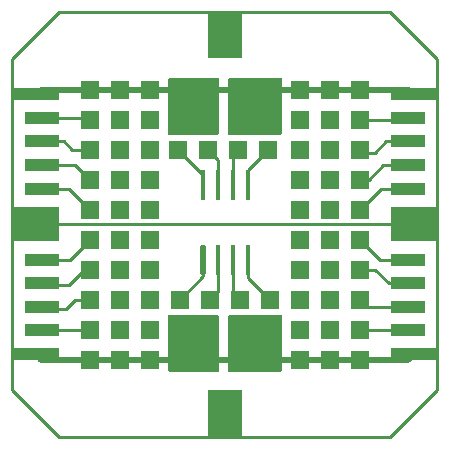
<source format=gtl>
%FSLAX24Y24*%
%MOIN*%
G70*
G01*
G75*
G04 Layer_Physical_Order=1*
G04 Layer_Color=255*
G04:AMPARAMS|DCode=10|XSize=100mil|YSize=17mil|CornerRadius=0mil|HoleSize=0mil|Usage=FLASHONLY|Rotation=90.000|XOffset=0mil|YOffset=0mil|HoleType=Round|Shape=Octagon|*
%AMOCTAGOND10*
4,1,8,0.0043,0.0500,-0.0043,0.0500,-0.0085,0.0458,-0.0085,-0.0458,-0.0043,-0.0500,0.0043,-0.0500,0.0085,-0.0458,0.0085,0.0458,0.0043,0.0500,0.0*
%
%ADD10OCTAGOND10*%

%ADD11R,0.0170X0.1000*%
%ADD12C,0.0100*%
%ADD13C,0.0200*%
%ADD14R,0.0625X0.0625*%
%ADD15R,0.0625X0.0625*%
%ADD16R,0.1575X0.0394*%
%ADD17R,0.1181X0.0394*%
%ADD18R,0.1575X0.1181*%
%ADD19R,0.1181X0.1575*%
G36*
X38300Y26951D02*
X38300Y25100D01*
X36649D01*
X36600Y25150D01*
X36600Y26000D01*
Y27000D01*
X38251D01*
X38300Y26951D01*
D02*
G37*
G36*
X40400Y27000D02*
X40400Y25150D01*
X40350Y25100D01*
X38600Y25100D01*
X38600Y26951D01*
X38649Y27000D01*
X40400Y27000D01*
D02*
G37*
G36*
X38300Y33049D02*
X38251Y33000D01*
X36600D01*
Y34000D01*
X36600Y34850D01*
X36649Y34900D01*
X38300D01*
X38300Y33049D01*
D02*
G37*
G36*
X40400Y34900D02*
X40400Y33049D01*
X40350Y33000D01*
X38600Y33000D01*
X38600Y34850D01*
X38649Y34900D01*
X40400Y34900D01*
D02*
G37*
D10*
X37774Y28812D02*
D03*
D11*
X38274D02*
D03*
X38774D02*
D03*
X39274D02*
D03*
X37774Y31312D02*
D03*
X38274D02*
D03*
X38774D02*
D03*
X39274D02*
D03*
D12*
X32197Y30014D02*
X44795D01*
X38774Y32335D02*
X38925Y32486D01*
X38774Y31312D02*
Y32335D01*
X37925Y32486D02*
X38274Y32137D01*
Y31312D02*
Y32137D01*
X38000Y27500D02*
X38274Y27774D01*
Y28812D01*
X37000Y27500D02*
X37774Y28274D01*
Y28812D01*
X38774Y27726D02*
X39000Y27500D01*
X38774Y27726D02*
Y28812D01*
X39274Y28226D02*
Y28812D01*
Y28226D02*
X40000Y27500D01*
X39274Y31835D02*
X39925Y32486D01*
X39274Y31312D02*
Y31835D01*
X36925Y32486D02*
X37774Y31637D01*
Y31312D02*
Y31637D01*
X44738Y33500D02*
X44795Y33557D01*
X43000Y33500D02*
X44738D01*
X43870Y32770D02*
X44795D01*
X43500Y32400D02*
X43870Y32770D01*
X43100Y32400D02*
X43500D01*
X43300Y31500D02*
X43782Y31982D01*
X43000Y31500D02*
X43300D01*
X43782Y31982D02*
X44795D01*
X43000Y32500D02*
X43100Y32400D01*
X43000Y30500D02*
X43695Y31195D01*
X44795D01*
X43000Y29500D02*
X43667Y28833D01*
X44795D01*
X43000Y28500D02*
X43500D01*
X43955Y28045D01*
X44795D01*
X43000Y27500D02*
X43242Y27258D01*
X44795D01*
X43000Y26500D02*
X43029Y26471D01*
X44795D01*
X33943Y33557D02*
X34000Y33500D01*
X32197Y33557D02*
X33943D01*
X33400Y32500D02*
X34000D01*
X33130Y32770D02*
X33400Y32500D01*
X32197Y32770D02*
X33130D01*
X33518Y31982D02*
X34000Y31500D01*
X32197Y31982D02*
X33518D01*
X33305Y31195D02*
X34000Y30500D01*
X32197Y31195D02*
X33305D01*
X32197Y28833D02*
X33333D01*
X34000Y29500D01*
X32197Y28045D02*
X32242Y28000D01*
X33300D01*
X33800Y28500D01*
X34000D01*
X32197Y27258D02*
X32255Y27200D01*
X33200D01*
X33500Y27500D01*
X34000D01*
X32197Y26471D02*
X32226Y26500D01*
X34000D01*
X32984Y37101D02*
X44008D01*
X45582Y35526D01*
Y24502D02*
Y35526D01*
X44008Y22927D02*
X45582Y24502D01*
X32984Y22927D02*
X44008D01*
X31409Y24502D02*
X32984Y22927D01*
X31409Y24502D02*
Y35526D01*
X32984Y37101D01*
D13*
X44640Y34500D02*
X44795Y34345D01*
X32352Y34500D02*
X44640D01*
X32197Y34345D02*
X32352Y34500D01*
X44612Y25500D02*
X44795Y25683D01*
X32380Y25500D02*
X44612D01*
X32197Y25683D02*
X32380Y25500D01*
D14*
X34000Y33500D02*
D03*
Y32500D02*
D03*
Y31500D02*
D03*
Y30500D02*
D03*
Y29500D02*
D03*
Y28500D02*
D03*
Y27500D02*
D03*
Y26500D02*
D03*
X35000Y33500D02*
D03*
Y32500D02*
D03*
Y31500D02*
D03*
Y30500D02*
D03*
Y29500D02*
D03*
Y28500D02*
D03*
Y27500D02*
D03*
Y26500D02*
D03*
X36000Y33500D02*
D03*
Y32500D02*
D03*
Y31500D02*
D03*
Y30500D02*
D03*
Y29500D02*
D03*
Y28500D02*
D03*
Y27500D02*
D03*
Y26500D02*
D03*
X41000D02*
D03*
Y27500D02*
D03*
Y28500D02*
D03*
Y29500D02*
D03*
Y30500D02*
D03*
Y31500D02*
D03*
Y32500D02*
D03*
Y33500D02*
D03*
X42000Y26500D02*
D03*
Y27500D02*
D03*
Y28500D02*
D03*
Y29500D02*
D03*
Y30500D02*
D03*
Y31500D02*
D03*
Y32500D02*
D03*
Y33500D02*
D03*
X43000Y26500D02*
D03*
Y27500D02*
D03*
Y28500D02*
D03*
Y29500D02*
D03*
Y30500D02*
D03*
Y31500D02*
D03*
Y32500D02*
D03*
Y33500D02*
D03*
D15*
X37000Y25500D02*
D03*
X36000D02*
D03*
X35000D02*
D03*
X34000D02*
D03*
X37000Y34500D02*
D03*
X36000D02*
D03*
X35000D02*
D03*
X34000D02*
D03*
X43000Y25500D02*
D03*
X42000D02*
D03*
X41000D02*
D03*
X40000D02*
D03*
X43000Y34500D02*
D03*
X42000D02*
D03*
X41000D02*
D03*
X40000D02*
D03*
Y27500D02*
D03*
X39000D02*
D03*
X38000D02*
D03*
X37000D02*
D03*
X36925Y32486D02*
D03*
X37925D02*
D03*
X38925D02*
D03*
X39925D02*
D03*
D16*
X32197Y34345D02*
D03*
Y25683D02*
D03*
X44795Y25683D02*
D03*
Y34345D02*
D03*
D17*
X32394Y33557D02*
D03*
Y32770D02*
D03*
Y31982D02*
D03*
Y31195D02*
D03*
Y28833D02*
D03*
Y28045D02*
D03*
Y27258D02*
D03*
Y26471D02*
D03*
X44598D02*
D03*
Y27258D02*
D03*
Y28045D02*
D03*
Y28833D02*
D03*
Y31195D02*
D03*
Y31982D02*
D03*
Y32770D02*
D03*
Y33557D02*
D03*
D18*
X32197Y30014D02*
D03*
X44795D02*
D03*
D19*
X38496Y23715D02*
D03*
Y36313D02*
D03*
M02*

</source>
